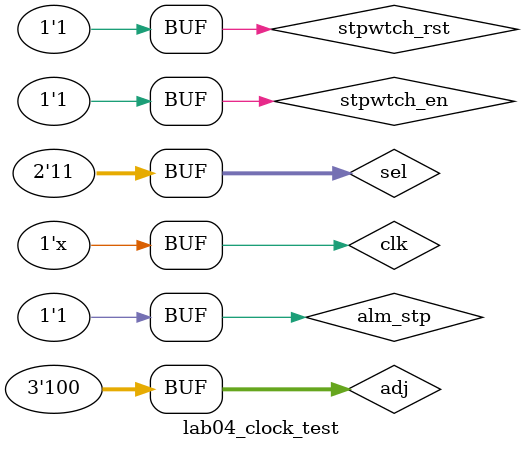
<source format=v>
`timescale 1ns / 1ps


module lab04_clock_test(

    );
    
    reg clk;
    reg [1:0] sel;
    reg [2:0] adj;
    reg stpwtch_en;
    reg stpwtch_rst;	
	reg alm_stp;		
	wire alarm;		
	wire [7:0] AN;
    wire [6:0] hex;
	
    lab04_clock t1(
        .clk(clk),
        .sel(sel),
        .adj(adj),
        .stpwtch_en(stpwtch_en),
        .stpwtch_rst(stpwtch_rst),
        .alm_stp(alm_stp),
        .alarm(alarm),
        .AN(AN),
        .hex(hex)
    );  
    
    initial
    begin
        clk = 0;
        sel = 2'b00; alm_stp = 0; #10;
                     alm_stp = 1; #10;
        sel = 2'b01; adj = 3'b001; #10;
       	             adj = 3'b010; #10;
       	             adj = 3'b100; #10;
        sel = 2'b10; adj = 3'b001; #10;
       	             adj = 3'b010; #10;
       	             adj = 3'b100; #10;
       	sel = 2'b11; stpwtch_en = 0; #10; stpwtch_en = 1; #10;
       	             stpwtch_rst = 0; #10; stpwtch_rst = 1; #10;       
	   	$display("Running testbench");
	end
	
	always
	begin
	   clk = ~clk; #1;
	end
	    
endmodule

</source>
